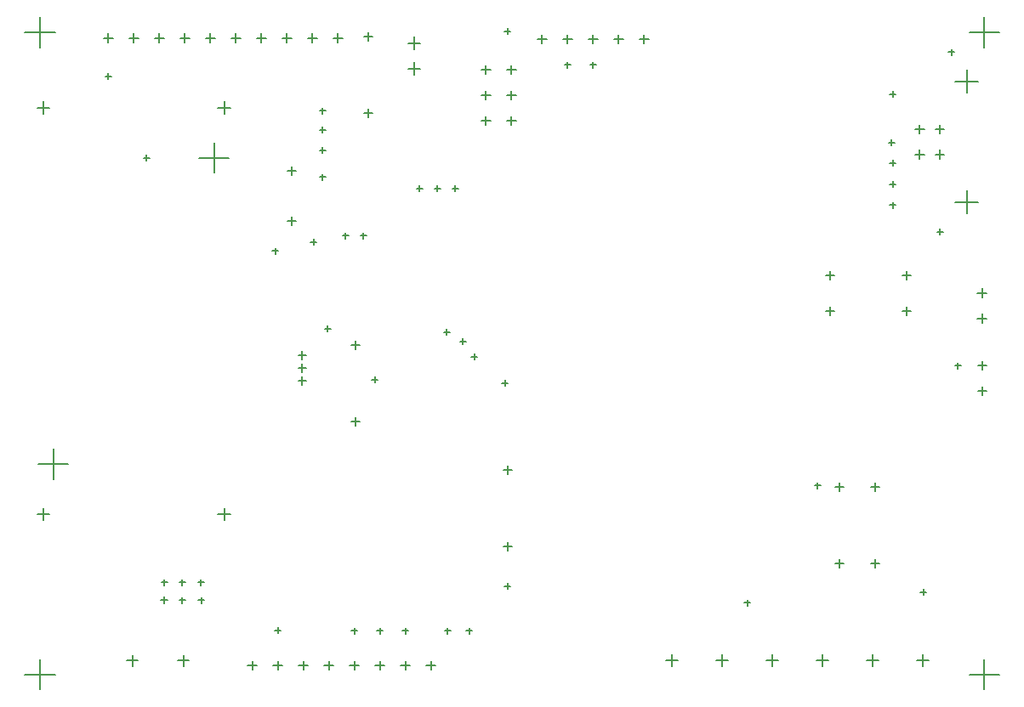
<source format=gbr>
%TF.GenerationSoftware,Altium Limited,Altium Designer,22.8.2 (66)*%
G04 Layer_Color=128*
%FSLAX45Y45*%
%MOMM*%
%TF.SameCoordinates,BD556100-397B-4985-8EB5-C039F1F1876F*%
%TF.FilePolarity,Positive*%
%TF.FileFunction,Drillmap*%
%TF.Part,Single*%
G01*
G75*
%TA.AperFunction,NonConductor*%
%ADD70C,0.12700*%
D70*
X272000Y1898300D02*
X392000D01*
X332000Y1838300D02*
Y1958300D01*
X1882000Y5448300D02*
X2182000D01*
X2032000Y5298300D02*
Y5598300D01*
X282000Y2398300D02*
X582000D01*
X432000Y2248300D02*
Y2548300D01*
X2072000Y1898300D02*
X2192000D01*
X2132000Y1838300D02*
Y1958300D01*
X272000Y5948300D02*
X392000D01*
X332000Y5888300D02*
Y6008300D01*
X2072000Y5948300D02*
X2192000D01*
X2132000Y5888300D02*
Y6008300D01*
X8123600Y3924300D02*
X8208600D01*
X8166100Y3881800D02*
Y3966800D01*
X8885600Y3924300D02*
X8970600D01*
X8928100Y3881800D02*
Y3966800D01*
X8885600Y4279900D02*
X8970600D01*
X8928100Y4237400D02*
Y4322400D01*
X8123600Y4279900D02*
X8208600D01*
X8166100Y4237400D02*
Y4322400D01*
X9635100Y3124200D02*
X9725100D01*
X9680100Y3079200D02*
Y3169200D01*
X9635100Y3378200D02*
X9725100D01*
X9680100Y3333200D02*
Y3423200D01*
X2868475Y3479800D02*
X2948475D01*
X2908475Y3439800D02*
Y3519800D01*
X2868475Y3225800D02*
X2948475D01*
X2908475Y3185800D02*
Y3265800D01*
X2868475Y3352800D02*
X2948475D01*
X2908475Y3312800D02*
Y3392800D01*
X932900Y6642100D02*
X1022900D01*
X977900Y6597100D02*
Y6687100D01*
X1186900Y6642100D02*
X1276900D01*
X1231900Y6597100D02*
Y6687100D01*
X1694900Y6642100D02*
X1784900D01*
X1739900Y6597100D02*
Y6687100D01*
X1948900Y6642100D02*
X2038900D01*
X1993900Y6597100D02*
Y6687100D01*
X2202900Y6642100D02*
X2292900D01*
X2247900Y6597100D02*
Y6687100D01*
X2456900Y6642100D02*
X2546900D01*
X2501900Y6597100D02*
Y6687100D01*
X2710900Y6642100D02*
X2800900D01*
X2755900Y6597100D02*
Y6687100D01*
X2964900Y6642100D02*
X3054900D01*
X3009900Y6597100D02*
Y6687100D01*
X3218900Y6642100D02*
X3308900D01*
X3263900Y6597100D02*
Y6687100D01*
X1440900Y6642100D02*
X1530900D01*
X1485900Y6597100D02*
Y6687100D01*
X3526200Y6654800D02*
X3611200D01*
X3568700Y6612300D02*
Y6697300D01*
X3526200Y5892800D02*
X3611200D01*
X3568700Y5850300D02*
Y5935300D01*
X4692100Y6324600D02*
X4782100D01*
X4737100Y6279600D02*
Y6369600D01*
X4946100Y6324600D02*
X5036100D01*
X4991100Y6279600D02*
Y6369600D01*
X4692100Y6070600D02*
X4782100D01*
X4737100Y6025600D02*
Y6115600D01*
X4946100Y6070600D02*
X5036100D01*
X4991100Y6025600D02*
Y6115600D01*
X4692100Y5816600D02*
X4782100D01*
X4737100Y5771600D02*
Y5861600D01*
X4946100Y5816600D02*
X5036100D01*
X4991100Y5771600D02*
Y5861600D01*
X3965400Y6591300D02*
X4086400D01*
X4025900Y6530800D02*
Y6651800D01*
X3965400Y6337300D02*
X4086400D01*
X4025900Y6276800D02*
Y6397800D01*
X3399200Y3581400D02*
X3484200D01*
X3441700Y3538900D02*
Y3623900D01*
X3399200Y2819400D02*
X3484200D01*
X3441700Y2776900D02*
Y2861900D01*
X4910500Y1575800D02*
X4995500D01*
X4953000Y1533300D02*
Y1618300D01*
X4910500Y2335800D02*
X4995500D01*
X4953000Y2293300D02*
Y2378300D01*
X4145778Y389521D02*
X4235778D01*
X4190778Y344521D02*
Y434521D01*
X3891778Y389521D02*
X3981778D01*
X3936778Y344521D02*
Y434521D01*
X3637778Y389521D02*
X3727778D01*
X3682778Y344521D02*
Y434521D01*
X3383778Y389521D02*
X3473778D01*
X3428778Y344521D02*
Y434521D01*
X3129778Y389521D02*
X3219778D01*
X3174778Y344521D02*
Y434521D01*
X2875778Y389521D02*
X2965778D01*
X2920778Y344521D02*
Y434521D01*
X2621778Y389521D02*
X2711778D01*
X2666778Y344521D02*
Y434521D01*
X2367778Y389521D02*
X2457778D01*
X2412778Y344521D02*
Y434521D01*
X150000Y6700000D02*
X450000D01*
X300000Y6550000D02*
Y6850000D01*
X9550000Y6700000D02*
X9850000D01*
X9700000Y6550000D02*
Y6850000D01*
X9550000Y300000D02*
X9850000D01*
X9700000Y150000D02*
Y450000D01*
X150000Y300000D02*
X450000D01*
X300000Y150000D02*
Y450000D01*
X9632400Y4102100D02*
X9722400D01*
X9677400Y4057100D02*
Y4147100D01*
X9632400Y3848100D02*
X9722400D01*
X9677400Y3803100D02*
Y3893100D01*
X2766701Y5317300D02*
X2846700D01*
X2806701Y5277300D02*
Y5357300D01*
X2766700Y4817300D02*
X2846699D01*
X2806699Y4777300D02*
Y4857300D01*
X9029900Y444500D02*
X9149900D01*
X9089900Y384500D02*
Y504500D01*
X8529900Y444500D02*
X8649900D01*
X8589900Y384500D02*
Y504500D01*
X8029900Y444500D02*
X8149900D01*
X8089900Y384500D02*
Y504500D01*
X7529900Y444500D02*
X7649900D01*
X7589900Y384500D02*
Y504500D01*
X7029900Y444500D02*
X7149900D01*
X7089900Y384500D02*
Y504500D01*
X6529900Y444500D02*
X6649900D01*
X6589900Y384500D02*
Y504500D01*
X5250900Y6629400D02*
X5340900D01*
X5295900Y6584400D02*
Y6674400D01*
X5504900Y6629400D02*
X5594900D01*
X5549900Y6584400D02*
Y6674400D01*
X5758900Y6629400D02*
X5848900D01*
X5803900Y6584400D02*
Y6674400D01*
X6012900Y6629400D02*
X6102900D01*
X6057900Y6584400D02*
Y6674400D01*
X6266900Y6629400D02*
X6356900D01*
X6311900Y6584400D02*
Y6674400D01*
X8568100Y1409700D02*
X8653100D01*
X8610600Y1367200D02*
Y1452200D01*
X8568100Y2171700D02*
X8653100D01*
X8610600Y2129200D02*
Y2214200D01*
X8212500Y2171700D02*
X8297500D01*
X8255000Y2129200D02*
Y2214200D01*
X8212500Y1409700D02*
X8297500D01*
X8255000Y1367200D02*
Y1452200D01*
X1164200Y437500D02*
X1274200D01*
X1219200Y382500D02*
Y492500D01*
X1672200Y437500D02*
X1782200D01*
X1727200Y382500D02*
Y492500D01*
X9410000Y6210300D02*
X9640000D01*
X9525000Y6095300D02*
Y6325300D01*
X9410000Y5006300D02*
X9640000D01*
X9525000Y4891300D02*
Y5121300D01*
X9210000Y5733300D02*
X9300000D01*
X9255000Y5688300D02*
Y5778300D01*
X9210000Y5483300D02*
X9300000D01*
X9255000Y5438300D02*
Y5528300D01*
X9010000Y5483300D02*
X9100000D01*
X9055000Y5438300D02*
Y5528300D01*
X9010000Y5733300D02*
X9100000D01*
X9055000Y5688300D02*
Y5778300D01*
X2611600Y4521200D02*
X2671600D01*
X2641600Y4491200D02*
Y4551200D01*
X1328900Y5448300D02*
X1388900D01*
X1358900Y5418300D02*
Y5478300D01*
X8009100Y2184400D02*
X8069100D01*
X8039100Y2154400D02*
Y2214400D01*
X9228300Y4711700D02*
X9288300D01*
X9258300Y4681700D02*
Y4741700D01*
X9342600Y6502400D02*
X9402600D01*
X9372600Y6472400D02*
Y6532400D01*
X8758400Y6083300D02*
X8818400D01*
X8788400Y6053300D02*
Y6113300D01*
X9406100Y3378200D02*
X9466100D01*
X9436100Y3348200D02*
Y3408200D01*
X1506700Y1219200D02*
X1566700D01*
X1536700Y1189200D02*
Y1249200D01*
X1684500Y1219200D02*
X1744500D01*
X1714500Y1189200D02*
Y1249200D01*
X1870711Y1217899D02*
X1930710D01*
X1900710Y1187899D02*
Y1247898D01*
X1875000Y1041400D02*
X1935000D01*
X1905000Y1011400D02*
Y1071400D01*
X1684500Y1041400D02*
X1744500D01*
X1714500Y1011400D02*
Y1071400D01*
X1504687Y1042382D02*
X1564687D01*
X1534687Y1012382D02*
Y1072382D01*
X2635240Y738360D02*
X2695240D01*
X2665240Y708360D02*
Y768360D01*
X4923000Y1181100D02*
X4983000D01*
X4953000Y1151100D02*
Y1211100D01*
X8758400Y4978400D02*
X8818400D01*
X8788400Y4948400D02*
Y5008400D01*
X8759800Y5185785D02*
X8819800D01*
X8789800Y5155785D02*
Y5215785D01*
X4895840Y3202160D02*
X4955840D01*
X4925840Y3172160D02*
Y3232160D01*
X4921240Y6707360D02*
X4981240D01*
X4951240Y6677360D02*
Y6737360D01*
X5519900Y6375400D02*
X5579900D01*
X5549900Y6345400D02*
Y6405400D01*
X5773900Y6375400D02*
X5833900D01*
X5803900Y6345400D02*
Y6405400D01*
X3310100Y4673600D02*
X3370100D01*
X3340100Y4643600D02*
Y4703600D01*
X3132300Y3746500D02*
X3192300D01*
X3162300Y3716500D02*
Y3776500D01*
X3487900Y4673600D02*
X3547900D01*
X3517900Y4643600D02*
Y4703600D01*
X4402300Y5143500D02*
X4462300D01*
X4432300Y5113500D02*
Y5173500D01*
X4224500Y5143500D02*
X4284500D01*
X4254500Y5113500D02*
Y5173500D01*
X4046700Y5143500D02*
X4106700D01*
X4076700Y5113500D02*
Y5173500D01*
X3081500Y5257800D02*
X3141500D01*
X3111500Y5227800D02*
Y5287800D01*
X3081500Y5918200D02*
X3141500D01*
X3111500Y5888200D02*
Y5948200D01*
X3081500Y5524500D02*
X3141500D01*
X3111500Y5494500D02*
Y5554500D01*
X3081500Y5727700D02*
X3141500D01*
X3111500Y5697700D02*
Y5757700D01*
X9062475Y1120111D02*
X9122475D01*
X9092475Y1090111D02*
Y1150111D01*
X3602200Y3238500D02*
X3662200D01*
X3632200Y3208500D02*
Y3268500D01*
X4318300Y3713300D02*
X4378300D01*
X4348300Y3683300D02*
Y3743300D01*
X4478500Y3619500D02*
X4538500D01*
X4508500Y3589500D02*
Y3649500D01*
X4592800Y3467100D02*
X4652800D01*
X4622800Y3437100D02*
Y3497100D01*
X8758400Y5397500D02*
X8818400D01*
X8788400Y5367500D02*
Y5427500D01*
X8745700Y5600700D02*
X8805700D01*
X8775700Y5570700D02*
Y5630700D01*
X2992600Y4610100D02*
X3052600D01*
X3022600Y4580100D02*
Y4640100D01*
X947900Y6261100D02*
X1007900D01*
X977900Y6231100D02*
Y6291100D01*
X4542000Y736600D02*
X4602000D01*
X4572000Y706600D02*
Y766600D01*
X4326100Y736600D02*
X4386100D01*
X4356100Y706600D02*
Y766600D01*
X3907000Y736600D02*
X3967000D01*
X3937000Y706600D02*
Y766600D01*
X3653000Y736600D02*
X3713000D01*
X3683000Y706600D02*
Y766600D01*
X3399000Y736600D02*
X3459000D01*
X3429000Y706600D02*
Y766600D01*
X7310600Y1016000D02*
X7370600D01*
X7340600Y986000D02*
Y1046000D01*
%TF.MD5,dd7182452498131454f33a4351369b1e*%
M02*

</source>
